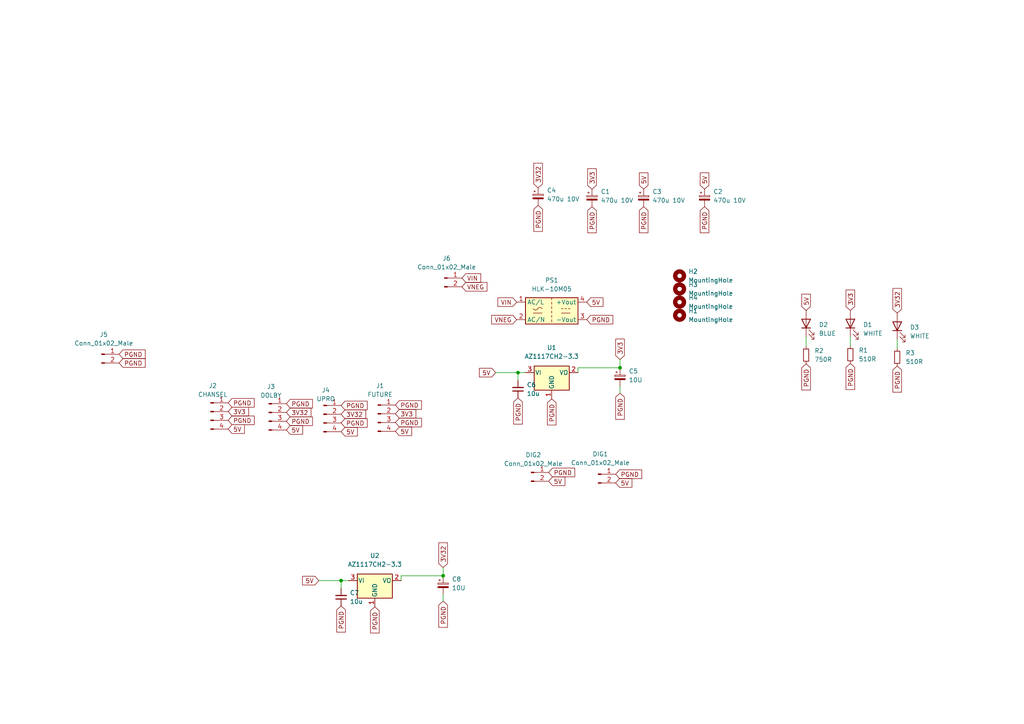
<source format=kicad_sch>
(kicad_sch (version 20230121) (generator eeschema)
  (paper "A4")
  (lib_symbols
    (symbol "Connector:Conn_01x02_Male" (pin_names (offset 1.016) hide)
      (property "Reference" "J" (at 0 2.54 0))
      (property "Value" "Conn_01x02_Male" (at 0 -5.08 0))
      (symbol "Conn_01x02_Male_1_1"
        (polyline (pts (xy 1.27 -2.54) (xy 0.8636 -2.54)) (stroke (width 0.1524)))
        (polyline (pts (xy 1.27 0) (xy 0.8636 0)) (stroke (width 0.1524)))
        (rectangle (start 0.8636 -2.413) (end 0 -2.667) (stroke (width 0.1524)) (fill (type outline)))
        (rectangle (start 0.8636 0.127) (end 0 -0.127) (stroke (width 0.1524)) (fill (type outline)))
        (pin passive line (at 5.08 0 180) (length 3.81) (name "Pin_1") (number "1"))
        (pin passive line (at 5.08 -2.54 180) (length 3.81) (name "Pin_2") (number "2"))
      )
    )
    (symbol "Connector:Conn_01x04_Pin" (pin_names (offset 1.016) hide)
      (property "Reference" "J" (at 0 5.08 0))
      (property "Value" "Conn_01x04_Pin" (at 0 -7.62 0))
      (symbol "Conn_01x04_Pin_1_1"
        (polyline (pts (xy 1.27 -5.08) (xy 0.8636 -5.08)) (stroke (width 0.1524)))
        (polyline (pts (xy 1.27 -2.54) (xy 0.8636 -2.54)) (stroke (width 0.1524)))
        (polyline (pts (xy 1.27 0) (xy 0.8636 0)) (stroke (width 0.1524)))
        (polyline (pts (xy 1.27 2.54) (xy 0.8636 2.54)) (stroke (width 0.1524)))
        (rectangle (start 0.8636 -4.953) (end 0 -5.207) (stroke (width 0.1524)) (fill (type outline)))
        (rectangle (start 0.8636 -2.413) (end 0 -2.667) (stroke (width 0.1524)) (fill (type outline)))
        (rectangle (start 0.8636 0.127) (end 0 -0.127) (stroke (width 0.1524)) (fill (type outline)))
        (rectangle (start 0.8636 2.667) (end 0 2.413) (stroke (width 0.1524)) (fill (type outline)))
        (pin passive line (at 5.08 2.54 180) (length 3.81) (name "Pin_1") (number "1"))
        (pin passive line (at 5.08 0 180) (length 3.81) (name "Pin_2") (number "2"))
        (pin passive line (at 5.08 -2.54 180) (length 3.81) (name "Pin_3") (number "3"))
        (pin passive line (at 5.08 -5.08 180) (length 3.81) (name "Pin_4") (number "4"))
      )
    )
    (symbol "Converter_ACDC:HLK-PM12"
      (property "Reference" "PS" (at 0 5.08 0))
      (property "Value" "HLK-PM12" (at 0 -5.08 0))
      (symbol "HLK-PM12_0_1"
        (rectangle (start -7.62 3.81) (end 7.62 -3.81) (stroke (width 0.254)) (fill (type background)))
        (arc (start -5.334 0.635) (mid -4.699 0.2495) (end -4.064 0.635))
        (arc (start -2.794 0.635) (mid -3.429 1.0072) (end -4.064 0.635))
        (polyline (pts (xy -5.334 -0.635) (xy -2.794 -0.635)))
        (polyline (pts (xy 0 -2.54) (xy 0 -3.175)))
        (polyline (pts (xy 0 -1.27) (xy 0 -1.905)))
        (polyline (pts (xy 0 0) (xy 0 -0.635)))
        (polyline (pts (xy 0 1.27) (xy 0 0.635)))
        (polyline (pts (xy 0 2.54) (xy 0 1.905)))
        (polyline (pts (xy 0 3.81) (xy 0 3.175)))
        (polyline (pts (xy 2.794 -0.635) (xy 5.334 -0.635)))
        (polyline (pts (xy 2.794 0.635) (xy 3.302 0.635)))
        (polyline (pts (xy 3.81 0.635) (xy 4.318 0.635)))
        (polyline (pts (xy 4.826 0.635) (xy 5.334 0.635)))
      )
      (symbol "HLK-PM12_1_1"
        (pin power_in line (at -10.16 2.54 0) (length 2.54) (name "AC/L") (number "1"))
        (pin power_in line (at -10.16 -2.54 0) (length 2.54) (name "AC/N") (number "2"))
        (pin power_out line (at 10.16 -2.54 180) (length 2.54) (name "-Vout") (number "3"))
        (pin power_out line (at 10.16 2.54 180) (length 2.54) (name "+Vout") (number "4"))
      )
    )
    (symbol "Device:C_Polarized_Small" (pin_numbers hide) (pin_names (offset 0.254) hide)
      (property "Reference" "C" (at 0.254 1.778 0))
      (property "Value" "C_Polarized_Small" (at 0.254 -2.032 0))
      (symbol "C_Polarized_Small_0_1"
        (rectangle (start -1.524 -0.3048) (end 1.524 -0.6858) (fill (type outline)))
        (rectangle (start -1.524 0.6858) (end 1.524 0.3048))
        (polyline (pts (xy -1.27 1.524) (xy -0.762 1.524)))
        (polyline (pts (xy -1.016 1.27) (xy -1.016 1.778)))
      )
      (symbol "C_Polarized_Small_1_1"
        (pin passive line (at 0 2.54 270) (length 1.8542) (name "~") (number "1"))
        (pin passive line (at 0 -2.54 90) (length 1.8542) (name "~") (number "2"))
      )
    )
    (symbol "Device:C_Small" (pin_numbers hide) (pin_names (offset 0.254) hide)
      (property "Reference" "C" (at 0.254 1.778 0))
      (property "Value" "C_Small" (at 0.254 -2.032 0))
      (symbol "C_Small_0_1"
        (polyline (pts (xy -1.524 -0.508) (xy 1.524 -0.508)) (stroke (width 0.3302)))
        (polyline (pts (xy -1.524 0.508) (xy 1.524 0.508)) (stroke (width 0.3048)))
      )
      (symbol "C_Small_1_1"
        (pin passive line (at 0 2.54 270) (length 2.032) (name "~") (number "1"))
        (pin passive line (at 0 -2.54 90) (length 2.032) (name "~") (number "2"))
      )
    )
    (symbol "Device:LED" (pin_numbers hide) (pin_names (offset 1.016) hide)
      (property "Reference" "D" (at 0 2.54 0))
      (property "Value" "LED" (at 0 -2.54 0))
      (symbol "LED_0_1"
        (polyline (pts (xy -1.27 -1.27) (xy -1.27 1.27)) (stroke (width 0.254)))
        (polyline (pts (xy -1.27 0) (xy 1.27 0)))
        (polyline (pts (xy 1.27 -1.27) (xy 1.27 1.27) (xy -1.27 0) (xy 1.27 -1.27)) (stroke (width 0.254)))
        (polyline (pts (xy -3.048 -0.762) (xy -4.572 -2.286) (xy -3.81 -2.286) (xy -4.572 -2.286) (xy -4.572 -1.524)))
        (polyline (pts (xy -1.778 -0.762) (xy -3.302 -2.286) (xy -2.54 -2.286) (xy -3.302 -2.286) (xy -3.302 -1.524)))
      )
      (symbol "LED_1_1"
        (pin passive line (at -3.81 0 0) (length 2.54) (name "K") (number "1"))
        (pin passive line (at 3.81 0 180) (length 2.54) (name "A") (number "2"))
      )
    )
    (symbol "Device:R_Small" (pin_numbers hide) (pin_names (offset 0.254) hide)
      (property "Reference" "R" (at 0.762 0.508 0))
      (property "Value" "R_Small" (at 0.762 -1.016 0))
      (symbol "R_Small_0_1"
        (rectangle (start -0.762 1.778) (end 0.762 -1.778) (stroke (width 0.2032)))
      )
      (symbol "R_Small_1_1"
        (pin passive line (at 0 2.54 270) (length 0.762) (name "~") (number "1"))
        (pin passive line (at 0 -2.54 90) (length 0.762) (name "~") (number "2"))
      )
    )
    (symbol "Mechanical:MountingHole" (pin_names (offset 1.016))
      (property "Reference" "H" (at 0 5.08 0))
      (property "Value" "MountingHole" (at 0 3.175 0))
      (symbol "MountingHole_0_1"
        (circle (center 0 0) (radius 1.27) (stroke (width 1.27)))
      )
    )
    (symbol "Regulator_Linear:AZ1117-3.3" (pin_names (offset 0.254))
      (property "Reference" "U" (at -3.81 3.175 0))
      (property "Value" "AZ1117-3.3" (at 0 3.175 0))
      (symbol "AZ1117-3.3_0_1"
        (rectangle (start -5.08 1.905) (end 5.08 -5.08) (stroke (width 0.254)) (fill (type background)))
      )
      (symbol "AZ1117-3.3_1_1"
        (pin power_in line (at 0 -7.62 90) (length 2.54) (name "GND") (number "1"))
        (pin power_out line (at 7.62 0 180) (length 2.54) (name "VO") (number "2"))
        (pin power_in line (at -7.62 0 0) (length 2.54) (name "VI") (number "3"))
      )
    )
  )
  (junction (at 179.832 106.68))
  (junction (at 128.524 167.005))
  (junction (at 150.241 108.077))
  (junction (at 98.933 168.402))
  (wire (pts (xy 128.524 167.005) (xy 116.332 167.005)))
  (wire (pts (xy 92.456 168.402) (xy 98.933 168.402)))
  (wire (pts (xy 128.524 164.592) (xy 128.524 167.005)))
  (wire (pts (xy 179.832 106.68) (xy 167.64 106.68)))
  (wire (pts (xy 179.832 106.68) (xy 179.832 106.934)))
  (wire (pts (xy 98.933 168.402) (xy 101.092 168.402)))
  (wire (pts (xy 98.933 170.688) (xy 98.933 168.402)))
  (wire (pts (xy 150.241 110.363) (xy 150.241 108.077)))
  (wire (pts (xy 128.524 167.005) (xy 128.524 167.259)))
  (wire (pts (xy 128.524 174.371) (xy 128.524 172.339)))
  (wire (pts (xy 143.764 108.077) (xy 150.241 108.077)))
  (wire (pts (xy 150.241 108.077) (xy 152.4 108.077)))
  (wire (pts (xy 260.223 98.425) (xy 260.223 101.092)))
  (wire (pts (xy 179.832 104.267) (xy 179.832 106.68)))
  (wire (pts (xy 246.634 97.663) (xy 246.634 100.33)))
  (wire (pts (xy 167.64 106.68) (xy 167.64 108.077)))
  (wire (pts (xy 116.332 167.005) (xy 116.332 168.402)))
  (wire (pts (xy 233.807 97.663) (xy 233.807 100.457)))
  (wire (pts (xy 179.832 114.046) (xy 179.832 112.014)))
  (global_label "PGND" (shape input) (at 171.704 59.944 270) (property "Intersheetrefs" "${INTERSHEET_REFS}" (effects hide)))
  (global_label "3V3" (shape input) (at 171.704 54.864 90) (property "Intersheetrefs" "${INTERSHEET_REFS}" (effects hide)))
  (global_label "3V32" (shape input) (at 156.083 54.483 90) (property "Intersheetrefs" "${INTERSHEET_REFS}" (effects hide)))
  (global_label "PGND" (shape input) (at 186.69 59.944 270) (property "Intersheetrefs" "${INTERSHEET_REFS}" (effects hide)))
  (global_label "3V32" (shape input) (at 83.058 119.634 0) (property "Intersheetrefs" "${INTERSHEET_REFS}" (effects hide)))
  (global_label "5V" (shape input) (at 170.18 87.63 0) (property "Intersheetrefs" "${INTERSHEET_REFS}" (effects hide)))
  (global_label "3V3" (shape input) (at 246.634 90.043 90) (property "Intersheetrefs" "${INTERSHEET_REFS}" (effects hide)))
  (global_label "PGND" (shape input) (at 66.167 116.84 0) (property "Intersheetrefs" "${INTERSHEET_REFS}" (effects hide)))
  (global_label "PGND" (shape input) (at 34.544 105.283 0) (property "Intersheetrefs" "${INTERSHEET_REFS}" (effects hide)))
  (global_label "PGND" (shape input) (at 159.131 137.033 0) (property "Intersheetrefs" "${INTERSHEET_REFS}" (effects hide)))
  (global_label "VIN" (shape input) (at 133.985 80.645 0) (property "Intersheetrefs" "${INTERSHEET_REFS}" (effects hide)))
  (global_label "5V" (shape input) (at 186.69 54.864 90) (property "Intersheetrefs" "${INTERSHEET_REFS}" (effects hide)))
  (global_label "PGND" (shape input) (at 179.832 114.046 270) (property "Intersheetrefs" "${INTERSHEET_REFS}" (effects hide)))
  (global_label "PGND" (shape input) (at 233.807 105.537 270) (property "Intersheetrefs" "${INTERSHEET_REFS}" (effects hide)))
  (global_label "PGND" (shape input) (at 114.681 122.555 0) (property "Intersheetrefs" "${INTERSHEET_REFS}" (effects hide)))
  (global_label "5V" (shape input) (at 92.456 168.402 180) (property "Intersheetrefs" "${INTERSHEET_REFS}" (effects hide)))
  (global_label "5V" (shape input) (at 159.131 139.573 0) (property "Intersheetrefs" "${INTERSHEET_REFS}" (effects hide)))
  (global_label "PGND" (shape input) (at 34.544 102.743 0) (property "Intersheetrefs" "${INTERSHEET_REFS}" (effects hide)))
  (global_label "PGND" (shape input) (at 246.634 105.41 270) (property "Intersheetrefs" "${INTERSHEET_REFS}" (effects hide)))
  (global_label "PGND" (shape input) (at 156.083 59.563 270) (property "Intersheetrefs" "${INTERSHEET_REFS}" (effects hide)))
  (global_label "PGND" (shape input) (at 204.343 59.944 270) (property "Intersheetrefs" "${INTERSHEET_REFS}" (effects hide)))
  (global_label "VIN" (shape input) (at 149.86 87.63 180) (property "Intersheetrefs" "${INTERSHEET_REFS}" (effects hide)))
  (global_label "5V" (shape input) (at 178.562 140.081 0) (property "Intersheetrefs" "${INTERSHEET_REFS}" (effects hide)))
  (global_label "5V" (shape input) (at 204.343 54.864 90) (property "Intersheetrefs" "${INTERSHEET_REFS}" (effects hide)))
  (global_label "PGND" (shape input) (at 98.933 117.602 0) (property "Intersheetrefs" "${INTERSHEET_REFS}" (effects hide)))
  (global_label "PGND" (shape input) (at 83.058 122.174 0) (property "Intersheetrefs" "${INTERSHEET_REFS}" (effects hide)))
  (global_label "VNEG" (shape input) (at 149.86 92.71 180) (property "Intersheetrefs" "${INTERSHEET_REFS}" (effects hide)))
  (global_label "5V" (shape input) (at 98.933 125.222 0) (property "Intersheetrefs" "${INTERSHEET_REFS}" (effects hide)))
  (global_label "PGND" (shape input) (at 150.241 115.443 270) (property "Intersheetrefs" "${INTERSHEET_REFS}" (effects hide)))
  (global_label "PGND" (shape input) (at 83.058 117.094 0) (property "Intersheetrefs" "${INTERSHEET_REFS}" (effects hide)))
  (global_label "PGND" (shape input) (at 98.933 175.768 270) (property "Intersheetrefs" "${INTERSHEET_REFS}" (effects hide)))
  (global_label "PGND" (shape input) (at 114.681 117.475 0) (property "Intersheetrefs" "${INTERSHEET_REFS}" (effects hide)))
  (global_label "PGND" (shape input) (at 178.562 137.541 0) (property "Intersheetrefs" "${INTERSHEET_REFS}" (effects hide)))
  (global_label "PGND" (shape input) (at 66.167 121.92 0) (property "Intersheetrefs" "${INTERSHEET_REFS}" (effects hide)))
  (global_label "3V3" (shape input) (at 66.167 119.38 0) (property "Intersheetrefs" "${INTERSHEET_REFS}" (effects hide)))
  (global_label "3V3" (shape input) (at 114.681 120.015 0) (property "Intersheetrefs" "${INTERSHEET_REFS}" (effects hide)))
  (global_label "5V" (shape input) (at 66.167 124.46 0) (property "Intersheetrefs" "${INTERSHEET_REFS}" (effects hide)))
  (global_label "PGND" (shape input) (at 260.223 106.172 270) (property "Intersheetrefs" "${INTERSHEET_REFS}" (effects hide)))
  (global_label "3V3" (shape input) (at 179.832 104.267 90) (property "Intersheetrefs" "${INTERSHEET_REFS}" (effects hide)))
  (global_label "PGND" (shape input) (at 108.712 176.022 270) (property "Intersheetrefs" "${INTERSHEET_REFS}" (effects hide)))
  (global_label "3V32" (shape input) (at 98.933 120.142 0) (property "Intersheetrefs" "${INTERSHEET_REFS}" (effects hide)))
  (global_label "PGND" (shape input) (at 98.933 122.682 0) (property "Intersheetrefs" "${INTERSHEET_REFS}" (effects hide)))
  (global_label "5V" (shape input) (at 114.681 125.095 0) (property "Intersheetrefs" "${INTERSHEET_REFS}" (effects hide)))
  (global_label "PGND" (shape input) (at 170.18 92.71 0) (property "Intersheetrefs" "${INTERSHEET_REFS}" (effects hide)))
  (global_label "PGND" (shape input) (at 160.02 115.697 270) (property "Intersheetrefs" "${INTERSHEET_REFS}" (effects hide)))
  (global_label "5V" (shape input) (at 233.807 90.043 90) (property "Intersheetrefs" "${INTERSHEET_REFS}" (effects hide)))
  (global_label "3V32" (shape input) (at 128.524 164.592 90) (property "Intersheetrefs" "${INTERSHEET_REFS}" (effects hide)))
  (global_label "3V32" (shape input) (at 260.223 90.805 90) (property "Intersheetrefs" "${INTERSHEET_REFS}" (effects hide)))
  (global_label "5V" (shape input) (at 143.764 108.077 180) (property "Intersheetrefs" "${INTERSHEET_REFS}" (effects hide)))
  (global_label "5V" (shape input) (at 83.058 124.714 0) (property "Intersheetrefs" "${INTERSHEET_REFS}" (effects hide)))
  (global_label "VNEG" (shape input) (at 133.985 83.185 0) (property "Intersheetrefs" "${INTERSHEET_REFS}" (effects hide)))
  (global_label "PGND" (shape input) (at 128.524 174.371 270) (property "Intersheetrefs" "${INTERSHEET_REFS}" (effects hide)))
  (symbol (lib_id "Connector:Conn_01x04_Pin") (at 77.978 119.634 0) (unit 1)
    (property "Reference" "J3" (at 78.613 112.141 0))
    (property "Value" "DOLBY" (at 78.613 114.681 0))
    (property "Footprint" "Connector_JST:JST_XH_B4B-XH-A_1x04_P2.50mm_Vertical" (effects hide))
  )
  (symbol (lib_id "Device:C_Small") (at 98.933 173.228 180) (unit 1)
    (property "Reference" "C7" (at 101.473 171.9515 0) (effects (justify right)))
    (property "Value" "10u" (at 101.473 174.4915 0) (effects (justify right)))
    (property "Footprint" "Capacitor_SMD:C_1206_3216Metric_Pad1.33x1.80mm_HandSolder" (effects hide))
  )
  (symbol (lib_id "Device:LED") (at 260.223 94.615 90) (unit 1)
    (property "Reference" "D3" (at 263.906 94.9324 90) (effects (justify right)))
    (property "Value" "WHITE" (at 263.906 97.4724 90) (effects (justify right)))
    (property "Footprint" "LED_SMD:LED_0805_2012Metric_Pad1.15x1.40mm_HandSolder" (effects hide))
  )
  (symbol (lib_id "Device:C_Polarized_Small") (at 171.704 57.404 0) (unit 1)
    (property "Reference" "C1" (at 174.244 55.5878 0) (effects (justify left)))
    (property "Value" "470u 10V" (at 174.244 58.1278 0) (effects (justify left)))
    (property "Footprint" "Capacitor_THT:CP_Radial_D6.3mm_P2.50mm" (effects hide))
  )
  (symbol (lib_id "Converter_ACDC:HLK-PM12") (at 160.02 90.17 0) (unit 1)
    (property "Reference" "PS1" (at 160.02 81.28 0))
    (property "Value" "HLK-10M05" (at 160.02 83.82 0))
    (property "Footprint" "Components:HLK-10M05" (effects hide))
    (property "Datasheet" "http://www.hlktech.net/product_detail.php?ProId=56" (effects hide))
  )
  (symbol (lib_id "Device:C_Polarized_Small") (at 156.083 57.023 0) (unit 1)
    (property "Reference" "C4" (at 158.623 55.2068 0) (effects (justify left)))
    (property "Value" "470u 10V" (at 158.623 57.7468 0) (effects (justify left)))
    (property "Footprint" "Capacitor_THT:CP_Radial_D6.3mm_P2.50mm" (effects hide))
  )
  (symbol (lib_id "Mechanical:MountingHole") (at 197.104 83.82 0) (unit 1)
    (property "Reference" "H3" (at 199.644 82.5499 0) (effects (justify left)))
    (property "Value" "MountingHole" (at 199.644 85.0899 0) (effects (justify left)))
    (property "Footprint" "MountingHole:MountingHole_3.2mm_M3" (effects hide))
  )
  (symbol (lib_id "Device:C_Polarized_Small") (at 128.524 169.799 0) (unit 1)
    (property "Reference" "C8" (at 131.064 167.9828 0) (effects (justify left)))
    (property "Value" "10U" (at 131.064 170.5228 0) (effects (justify left)))
    (property "Footprint" "Capacitor_SMD:C_1206_3216Metric_Pad1.33x1.80mm_HandSolder" (effects hide))
  )
  (symbol (lib_id "Connector:Conn_01x02_Male") (at 154.051 137.033 0) (unit 1)
    (property "Reference" "DIG2" (at 154.686 131.953 0))
    (property "Value" "Conn_01x02_Male" (at 154.686 134.493 0))
    (property "Footprint" "Connector_JST:JST_PH_B2B-PH-K_1x02_P2.00mm_Vertical" (effects hide))
  )
  (symbol (lib_id "Connector:Conn_01x02_Male") (at 173.482 137.541 0) (unit 1)
    (property "Reference" "DIG1" (at 174.117 131.699 0))
    (property "Value" "Conn_01x02_Male" (at 174.117 134.239 0))
    (property "Footprint" "Connector_JST:JST_PH_B2B-PH-K_1x02_P2.00mm_Vertical" (effects hide))
  )
  (symbol (lib_id "Device:C_Polarized_Small") (at 186.69 57.404 0) (unit 1)
    (property "Reference" "C3" (at 189.23 55.5878 0) (effects (justify left)))
    (property "Value" "470u 10V" (at 189.23 58.1278 0) (effects (justify left)))
    (property "Footprint" "Capacitor_THT:CP_Radial_D6.3mm_P2.50mm" (effects hide))
  )
  (symbol (lib_id "Device:LED") (at 246.634 93.853 90) (unit 1)
    (property "Reference" "D1" (at 250.317 94.1704 90) (effects (justify right)))
    (property "Value" "WHITE" (at 250.317 96.7104 90) (effects (justify right)))
    (property "Footprint" "LED_SMD:LED_0805_2012Metric_Pad1.15x1.40mm_HandSolder" (effects hide))
  )
  (symbol (lib_id "Connector:Conn_01x04_Pin") (at 109.601 120.015 0) (unit 1)
    (property "Reference" "J1" (at 110.236 111.887 0))
    (property "Value" "FUTURE" (at 110.236 114.427 0))
    (property "Footprint" "Connector_JST:JST_XH_B4B-XH-A_1x04_P2.50mm_Vertical" (effects hide))
  )
  (symbol (lib_id "Regulator_Linear:AZ1117-3.3") (at 160.02 108.077 0) (unit 1)
    (property "Reference" "U1" (at 160.02 100.838 0))
    (property "Value" "AZ1117CH2-3.3" (at 160.02 103.378 0))
    (property "Footprint" "Package_TO_SOT_SMD:SOT-223" (effects hide))
    (property "Datasheet" "https://www.diodes.com/assets/Datasheets/AZ1117.pdf" (effects hide))
  )
  (symbol (lib_id "Device:C_Polarized_Small") (at 204.343 57.404 0) (unit 1)
    (property "Reference" "C2" (at 206.883 55.5878 0) (effects (justify left)))
    (property "Value" "470u 10V" (at 206.883 58.1278 0) (effects (justify left)))
    (property "Footprint" "Capacitor_THT:CP_Radial_D6.3mm_P2.50mm" (effects hide))
  )
  (symbol (lib_id "Device:R_Small") (at 246.634 102.87 0) (unit 1)
    (property "Reference" "R1" (at 249.047 101.5999 0) (effects (justify left)))
    (property "Value" "510R" (at 249.047 104.1399 0) (effects (justify left)))
    (property "Footprint" "Resistor_SMD:R_0805_2012Metric_Pad1.20x1.40mm_HandSolder" (effects hide))
  )
  (symbol (lib_id "Mechanical:MountingHole") (at 197.104 91.44 0) (unit 1)
    (property "Reference" "H1" (at 199.644 90.1699 0) (effects (justify left)))
    (property "Value" "MountingHole" (at 199.644 92.7099 0) (effects (justify left)))
    (property "Footprint" "MountingHole:MountingHole_3.2mm_M3" (effects hide))
  )
  (symbol (lib_id "Device:C_Small") (at 150.241 112.903 180) (unit 1)
    (property "Reference" "C6" (at 152.781 111.6265 0) (effects (justify right)))
    (property "Value" "10u" (at 152.781 114.1665 0) (effects (justify right)))
    (property "Footprint" "Capacitor_SMD:C_1206_3216Metric_Pad1.33x1.80mm_HandSolder" (effects hide))
  )
  (symbol (lib_id "Mechanical:MountingHole") (at 197.104 87.63 0) (unit 1)
    (property "Reference" "H4" (at 199.644 86.3599 0) (effects (justify left)))
    (property "Value" "MountingHole" (at 199.644 88.8999 0) (effects (justify left)))
    (property "Footprint" "MountingHole:MountingHole_3.2mm_M3" (effects hide))
  )
  (symbol (lib_id "Connector:Conn_01x04_Pin") (at 93.853 120.142 0) (unit 1)
    (property "Reference" "J4" (at 94.488 113.157 0))
    (property "Value" "UPRO" (at 94.488 115.697 0))
    (property "Footprint" "Connector_JST:JST_XH_B4B-XH-A_1x04_P2.50mm_Vertical" (effects hide))
  )
  (symbol (lib_id "Connector:Conn_01x02_Male") (at 128.905 80.645 0) (unit 1)
    (property "Reference" "J6" (at 129.54 74.93 0))
    (property "Value" "Conn_01x02_Male" (at 129.54 77.47 0))
    (property "Footprint" "Connector_JST:JST_XH_B2B-XH-A_1x02_P2.50mm_Vertical" (effects hide))
  )
  (symbol (lib_id "Device:C_Polarized_Small") (at 179.832 109.474 0) (unit 1)
    (property "Reference" "C5" (at 182.372 107.6578 0) (effects (justify left)))
    (property "Value" "10U" (at 182.372 110.1978 0) (effects (justify left)))
    (property "Footprint" "Capacitor_SMD:C_1206_3216Metric_Pad1.33x1.80mm_HandSolder" (effects hide))
  )
  (symbol (lib_id "Mechanical:MountingHole") (at 197.104 80.01 0) (unit 1)
    (property "Reference" "H2" (at 199.644 78.7399 0) (effects (justify left)))
    (property "Value" "MountingHole" (at 199.644 81.2799 0) (effects (justify left)))
    (property "Footprint" "MountingHole:MountingHole_3.2mm_M3" (effects hide))
  )
  (symbol (lib_id "Device:R_Small") (at 260.223 103.632 0) (unit 1)
    (property "Reference" "R3" (at 262.636 102.3619 0) (effects (justify left)))
    (property "Value" "510R" (at 262.636 104.9019 0) (effects (justify left)))
    (property "Footprint" "Resistor_SMD:R_0805_2012Metric_Pad1.20x1.40mm_HandSolder" (effects hide))
  )
  (symbol (lib_id "Device:LED") (at 233.807 93.853 90) (unit 1)
    (property "Reference" "D2" (at 237.49 94.1704 90) (effects (justify right)))
    (property "Value" "BLUE" (at 237.49 96.7104 90) (effects (justify right)))
    (property "Footprint" "LED_SMD:LED_0805_2012Metric_Pad1.15x1.40mm_HandSolder" (effects hide))
  )
  (symbol (lib_id "Device:R_Small") (at 233.807 102.997 0) (unit 1)
    (property "Reference" "R2" (at 236.22 101.7269 0) (effects (justify left)))
    (property "Value" "750R" (at 236.22 104.2669 0) (effects (justify left)))
    (property "Footprint" "Resistor_SMD:R_0805_2012Metric_Pad1.20x1.40mm_HandSolder" (effects hide))
  )
  (symbol (lib_id "Regulator_Linear:AZ1117-3.3") (at 108.712 168.402 0) (unit 1)
    (property "Reference" "U2" (at 108.712 161.163 0))
    (property "Value" "AZ1117CH2-3.3" (at 108.712 163.703 0))
    (property "Footprint" "Package_TO_SOT_SMD:SOT-223" (effects hide))
    (property "Datasheet" "https://www.diodes.com/assets/Datasheets/AZ1117.pdf" (effects hide))
  )
  (symbol (lib_id "Connector:Conn_01x02_Male") (at 29.464 102.743 0) (unit 1)
    (property "Reference" "J5" (at 30.099 97.028 0))
    (property "Value" "Conn_01x02_Male" (at 30.099 99.568 0))
    (property "Footprint" "Connector_JST:JST_XH_B2B-XH-A_1x02_P2.50mm_Vertical" (effects hide))
  )
  (symbol (lib_id "Connector:Conn_01x04_Pin") (at 61.087 119.38 0) (unit 1)
    (property "Reference" "J2" (at 61.722 111.887 0))
    (property "Value" "CHANSEL" (at 61.722 114.427 0))
    (property "Footprint" "Connector_JST:JST_XH_B4B-XH-A_1x04_P2.50mm_Vertical" (effects hide))
  )
)
</source>
